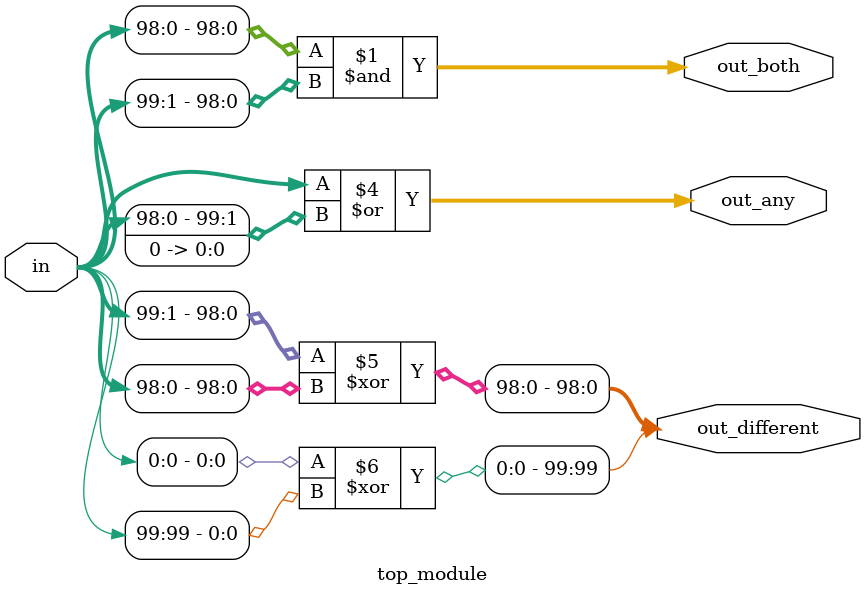
<source format=sv>
module top_module (
    input [99:0] in,
    output [98:0] out_both,
    output reg [99:0] out_any,
    output [99:0] out_different
);

   assign out_both = in[98:0] & in[99:1];
   always @(*) begin
       out_any = in | (in << 1'b1);
   end
   assign out_different = {in[0] ^ in[99], in[99:1] ^ in[98:0]};

endmodule

</source>
